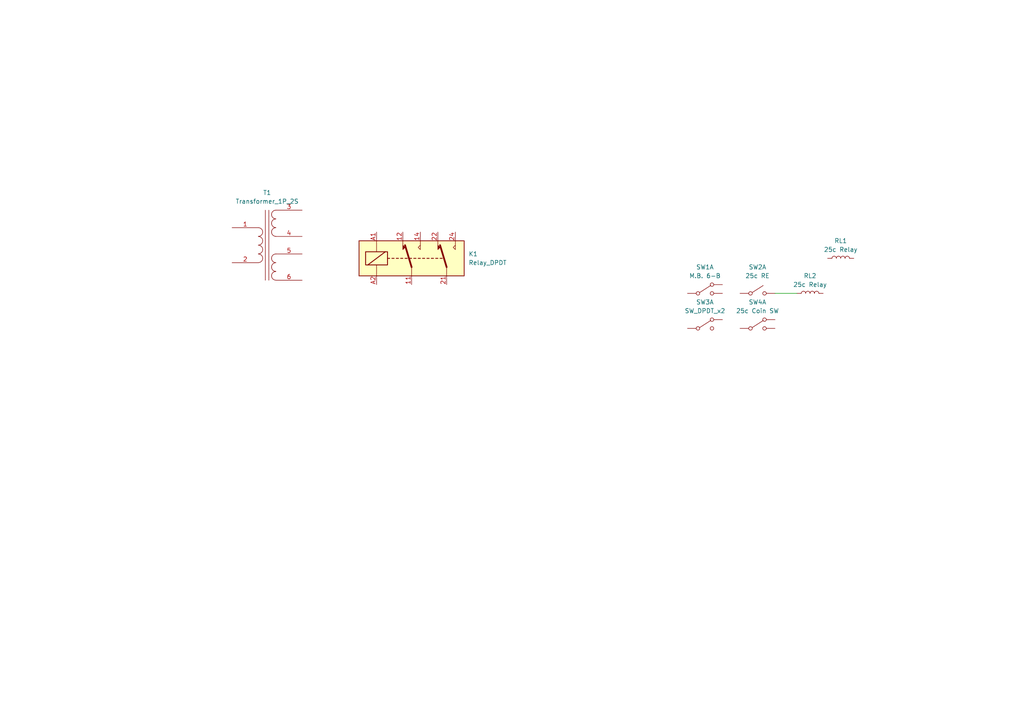
<source format=kicad_sch>
(kicad_sch (version 20230121) (generator eeschema)
  (paper "A4")
  (lib_symbols
    (symbol "Device:L_Iron" (pin_numbers hide) (pin_names (offset 1.016) hide)
      (property "Reference" "L1" (at 5.08 0 90))
      (property "Value" "L_Iron" (at 2.54 0 90))
      (symbol "L_Iron_0_1"
        (arc (start 0 -2.54) (mid 0.6323 -1.905) (end 0 -1.27))
        (arc (start 0 -1.27) (mid 0.6323 -0.635) (end 0 0))
        (arc (start 0 0) (mid 0.6323 0.635) (end 0 1.27))
        (arc (start 0 1.27) (mid 0.6323 1.905) (end 0 2.54))
      )
      (symbol "L_Iron_1_1"
        (pin passive line (at 0 3.81 270) (length 1.27) (name "1") (number "1"))
        (pin passive line (at 0 -3.81 90) (length 1.27) (name "2") (number "2"))
      )
    )
    (symbol "Device:Transformer_1P_2S" (pin_names (offset 1.016) hide)
      (property "Reference" "T" (at 0 12.7 0))
      (property "Value" "Transformer_1P_2S" (at 0 -12.7 0))
      (symbol "Transformer_1P_2S_0_1"
        (arc (start -2.54 -5.0546) (mid -1.6599 -4.6901) (end -1.27 -3.81))
        (arc (start -2.54 -2.5146) (mid -1.6599 -2.1501) (end -1.27 -1.27))
        (arc (start -2.54 0.0254) (mid -1.6599 0.3899) (end -1.27 1.27))
        (arc (start -2.54 2.5654) (mid -1.6599 2.9299) (end -1.27 3.81))
        (arc (start -1.27 -3.81) (mid -1.642 -2.912) (end -2.54 -2.54))
        (arc (start -1.27 -1.27) (mid -1.642 -0.372) (end -2.54 0))
        (arc (start -1.27 1.27) (mid -1.642 2.168) (end -2.54 2.54))
        (arc (start -1.27 3.81) (mid -1.642 4.708) (end -2.54 5.08))
        (polyline (pts (xy -0.508 -10.16) (xy -0.508 10.16)))
        (polyline (pts (xy 0.508 10.16) (xy 0.508 -10.16)))
        (arc (start 1.2954 -8.89) (mid 1.6599 -9.7701) (end 2.54 -10.1346))
        (arc (start 1.2954 -6.35) (mid 1.6599 -7.2301) (end 2.54 -7.5946))
        (arc (start 1.2954 -3.81) (mid 1.6599 -4.6901) (end 2.54 -5.0546))
        (arc (start 1.2954 3.81) (mid 1.6599 2.9299) (end 2.54 2.5654))
        (arc (start 1.2954 6.35) (mid 1.6599 5.4699) (end 2.54 5.1054))
        (arc (start 1.2954 8.89) (mid 1.6599 8.0099) (end 2.54 7.6454))
        (arc (start 2.54 -7.62) (mid 1.642 -7.992) (end 1.2954 -8.89))
        (arc (start 2.54 -5.08) (mid 1.642 -5.452) (end 1.2954 -6.35))
        (arc (start 2.54 -2.54) (mid 1.642 -2.912) (end 1.2954 -3.81))
        (arc (start 2.54 5.08) (mid 1.642 4.708) (end 1.2954 3.81))
        (arc (start 2.54 7.62) (mid 1.642 7.248) (end 1.2954 6.35))
        (arc (start 2.54 10.16) (mid 1.642 9.788) (end 1.2954 8.89))
      )
      (symbol "Transformer_1P_2S_1_1"
        (pin passive line (at -10.16 5.08 0) (length 7.62) (name "AA") (number "1"))
        (pin passive line (at -10.16 -5.08 0) (length 7.62) (name "AB") (number "2"))
        (pin passive line (at 10.16 10.16 180) (length 7.62) (name "SA") (number "3"))
        (pin passive line (at 10.16 2.54 180) (length 7.62) (name "SB") (number "4"))
        (pin passive line (at 10.16 -2.54 180) (length 7.62) (name "SC") (number "5"))
        (pin passive line (at 10.16 -10.16 180) (length 7.62) (name "SD") (number "6"))
      )
    )
    (symbol "Relay:Relay_DPDT"
      (property "Reference" "K" (at 16.51 3.81 0))
      (property "Value" "Relay_DPDT" (at 16.51 1.27 0))
      (symbol "Relay_DPDT_0_1"
        (rectangle (start -15.24 5.08) (end 15.24 -5.08) (stroke (width 0.254)) (fill (type background)))
        (rectangle (start -13.335 1.905) (end -6.985 -1.905) (stroke (width 0.254)))
        (polyline (pts (xy -12.7 -1.905) (xy -7.62 1.905)) (stroke (width 0.254)))
        (polyline (pts (xy -10.16 -5.08) (xy -10.16 -1.905)))
        (polyline (pts (xy -10.16 5.08) (xy -10.16 1.905)))
        (polyline (pts (xy -6.985 0) (xy -6.35 0)) (stroke (width 0.254)))
        (polyline (pts (xy -5.715 0) (xy -5.08 0)) (stroke (width 0.254)))
        (polyline (pts (xy -4.445 0) (xy -3.81 0)) (stroke (width 0.254)))
        (polyline (pts (xy -3.175 0) (xy -2.54 0)) (stroke (width 0.254)))
        (polyline (pts (xy -1.905 0) (xy -1.27 0)) (stroke (width 0.254)))
        (polyline (pts (xy -0.635 0) (xy 0 0)) (stroke (width 0.254)))
        (polyline (pts (xy 0 -2.54) (xy -1.905 3.81)) (stroke (width 0.508)))
        (polyline (pts (xy 0 -2.54) (xy 0 -5.08)))
        (polyline (pts (xy 0.635 0) (xy 1.27 0)) (stroke (width 0.254)))
        (polyline (pts (xy 1.905 0) (xy 2.54 0)) (stroke (width 0.254)))
        (polyline (pts (xy 3.175 0) (xy 3.81 0)) (stroke (width 0.254)))
        (polyline (pts (xy 4.445 0) (xy 5.08 0)) (stroke (width 0.254)))
        (polyline (pts (xy 5.715 0) (xy 6.35 0)) (stroke (width 0.254)))
        (polyline (pts (xy 6.985 0) (xy 7.62 0)) (stroke (width 0.254)))
        (polyline (pts (xy 8.255 0) (xy 8.89 0)) (stroke (width 0.254)))
        (polyline (pts (xy 10.16 -2.54) (xy 8.255 3.81)) (stroke (width 0.508)))
        (polyline (pts (xy 10.16 -2.54) (xy 10.16 -5.08)))
        (polyline (pts (xy -2.54 5.08) (xy -2.54 2.54) (xy -1.905 3.175) (xy -2.54 3.81)) (fill (type outline)))
        (polyline (pts (xy 2.54 5.08) (xy 2.54 2.54) (xy 1.905 3.175) (xy 2.54 3.81)))
        (polyline (pts (xy 7.62 5.08) (xy 7.62 2.54) (xy 8.255 3.175) (xy 7.62 3.81)) (fill (type outline)))
        (polyline (pts (xy 12.7 5.08) (xy 12.7 2.54) (xy 12.065 3.175) (xy 12.7 3.81)))
      )
      (symbol "Relay_DPDT_1_1"
        (pin passive line (at 0 -7.62 90) (length 2.54) (name "~") (number "11"))
        (pin passive line (at -2.54 7.62 270) (length 2.54) (name "~") (number "12"))
        (pin passive line (at 2.54 7.62 270) (length 2.54) (name "~") (number "14"))
        (pin passive line (at 10.16 -7.62 90) (length 2.54) (name "~") (number "21"))
        (pin passive line (at 7.62 7.62 270) (length 2.54) (name "~") (number "22"))
        (pin passive line (at 12.7 7.62 270) (length 2.54) (name "~") (number "24"))
        (pin passive line (at -10.16 7.62 270) (length 2.54) (name "~") (number "A1"))
        (pin passive line (at -10.16 -7.62 90) (length 2.54) (name "~") (number "A2"))
      )
    )
    (symbol "SW_DPDT_x2_1" (pin_names (offset 0) hide)
      (property "Reference" "SW2" (at 0 7.62 0))
      (property "Value" "25c RE" (at 0 5.08 0))
      (symbol "SW_DPDT_x2_1_0_0"
        (circle (center -2.032 0) (radius 0.508))
        (circle (center 2.032 0) (radius 0.508))
      )
      (symbol "SW_DPDT_x2_1_0_1"
        (polyline (pts (xy -1.524 0.254) (xy 1.651 2.286)))
      )
      (symbol "SW_DPDT_x2_1_1_1"
        (pin passive line (at -5.08 0 0) (length 2.54) (name "B") (number ""))
        (pin passive line (at 5.08 0 180) (length 2.54) (name "C") (number ""))
      )
      (symbol "SW_DPDT_x2_1_2_1"
        (pin passive line (at -5.08 0 0) (length 2.54) (name "B") (number "5"))
        (pin passive line (at 5.08 0 180) (length 2.54) (name "C") (number "6"))
      )
    )
    (symbol "SW_DPDT_x2_2" (pin_names (offset 0) hide)
      (property "Reference" "SW3" (at 0 7.62 0))
      (property "Value" "SW_DPDT_x2" (at 0 5.08 0))
      (symbol "SW_DPDT_x2_2_0_0"
        (circle (center -2.032 0) (radius 0.508))
        (circle (center 2.032 0) (radius 0.508))
      )
      (symbol "SW_DPDT_x2_2_0_1"
        (polyline (pts (xy -1.524 0.254) (xy 1.651 2.286)))
        (circle (center 2.032 2.54) (radius 0.508))
      )
      (symbol "SW_DPDT_x2_2_1_1"
        (pin passive line (at 5.08 2.54 180) (length 2.54) (name "A") (number ""))
        (pin passive line (at -5.08 0 0) (length 2.54) (name "B") (number ""))
      )
      (symbol "SW_DPDT_x2_2_2_1"
        (pin passive line (at 5.08 2.54 180) (length 2.54) (name "A") (number "4"))
        (pin passive line (at -5.08 0 0) (length 2.54) (name "B") (number "5"))
      )
    )
    (symbol "Switch:SW_DPDT_x2" (pin_names (offset 0) hide)
      (property "Reference" "SW1" (at 0 7.62 0))
      (property "Value" "SW_DPDT_x2" (at 0 5.08 0))
      (symbol "SW_DPDT_x2_0_0"
        (circle (center -2.032 0) (radius 0.508))
        (circle (center 2.032 0) (radius 0.508))
      )
      (symbol "SW_DPDT_x2_0_1"
        (polyline (pts (xy -1.524 0.254) (xy 1.651 2.286)))
        (circle (center 2.032 2.54) (radius 0.508))
      )
      (symbol "SW_DPDT_x2_1_1"
        (pin passive line (at 5.08 2.54 180) (length 2.54) (name "A") (number ""))
        (pin passive line (at -5.08 0 0) (length 2.54) (name "B") (number ""))
        (pin passive line (at 5.08 0 180) (length 2.54) (name "C") (number ""))
      )
      (symbol "SW_DPDT_x2_2_1"
        (pin passive line (at 5.08 2.54 180) (length 2.54) (name "A") (number "4"))
        (pin passive line (at -5.08 0 0) (length 2.54) (name "B") (number "5"))
        (pin passive line (at 5.08 0 180) (length 2.54) (name "C") (number "6"))
      )
    )
  )
  (wire (pts (xy 224.79 85.09) (xy 231.14 85.09)))
  (symbol (lib_id "Device:L_Iron") (at 234.95 85.09 90) (unit 1)
    (property "Reference" "RL2" (at 234.95 80.01 90))
    (property "Value" "25c Relay" (at 234.95 82.55 90))
  )
  (symbol (lib_id "Switch:SW_DPDT_x2") (at 204.47 85.09 0) (unit 1)
    (property "Reference" "SW1" (at 204.47 77.47 0))
    (property "Value" "M.B. 6-B" (at 204.47 80.01 0))
  )
  (symbol (lib_name "SW_DPDT_x2_1") (lib_id "Switch:SW_DPDT_x2") (at 219.71 85.09 0) (unit 1)
    (property "Reference" "SW2" (at 219.71 77.47 0))
    (property "Value" "25c RE" (at 219.71 80.01 0))
  )
  (symbol (lib_name "SW_DPDT_x2_2") (lib_id "Switch:SW_DPDT_x2") (at 204.47 95.25 0) (unit 1)
    (property "Reference" "SW3" (at 204.47 87.63 0))
    (property "Value" "SW_DPDT_x2" (at 204.47 90.17 0))
  )
  (symbol (lib_id "Switch:SW_DPDT_x2") (at 219.71 95.25 0) (unit 1)
    (property "Reference" "SW4" (at 219.71 87.63 0))
    (property "Value" "25c Coin SW" (at 219.71 90.17 0))
  )
  (symbol (lib_id "Device:L_Iron") (at 243.84 74.93 90) (unit 1)
    (property "Reference" "RL1" (at 243.84 69.85 90))
    (property "Value" "25c Relay" (at 243.84 72.39 90))
  )
  (symbol (lib_id "Relay:Relay_DPDT") (at 119.38 74.93 0) (unit 1)
    (property "Reference" "K1" (at 135.89 73.66 0) (effects (justify left)))
    (property "Value" "Relay_DPDT" (at 135.89 76.2 0) (effects (justify left)))
  )
  (symbol (lib_id "Device:Transformer_1P_2S") (at 77.47 71.12 0) (unit 1)
    (property "Reference" "T1" (at 77.47 55.88 0))
    (property "Value" "Transformer_1P_2S" (at 77.47 58.42 0))
  )
)
</source>
